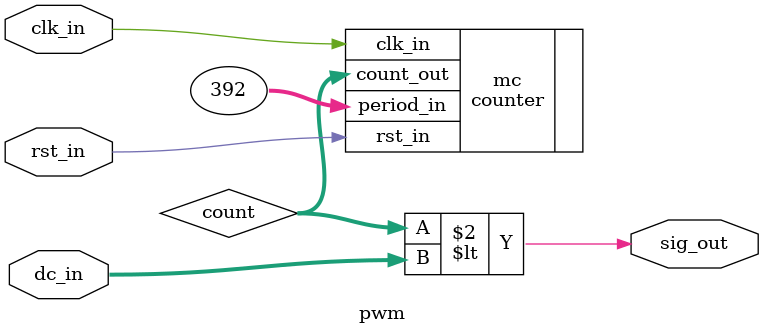
<source format=sv>
`default_nettype none // prevents system from inferring an undeclared logic (good practice)

module pwm(   input wire clk_in,
              input wire rst_in,
              input wire [7:0] dc_in,
              output logic sig_out);
 
    logic [31:0] count;
    counter mc (.clk_in(clk_in),
                .rst_in(rst_in),
                .period_in(100000/255), // number of cycles, not the value of the period in ns
                .count_out(count));
    assign sig_out = count<dc_in; //very simple threshold check
endmodule

`default_nettype wire

</source>
